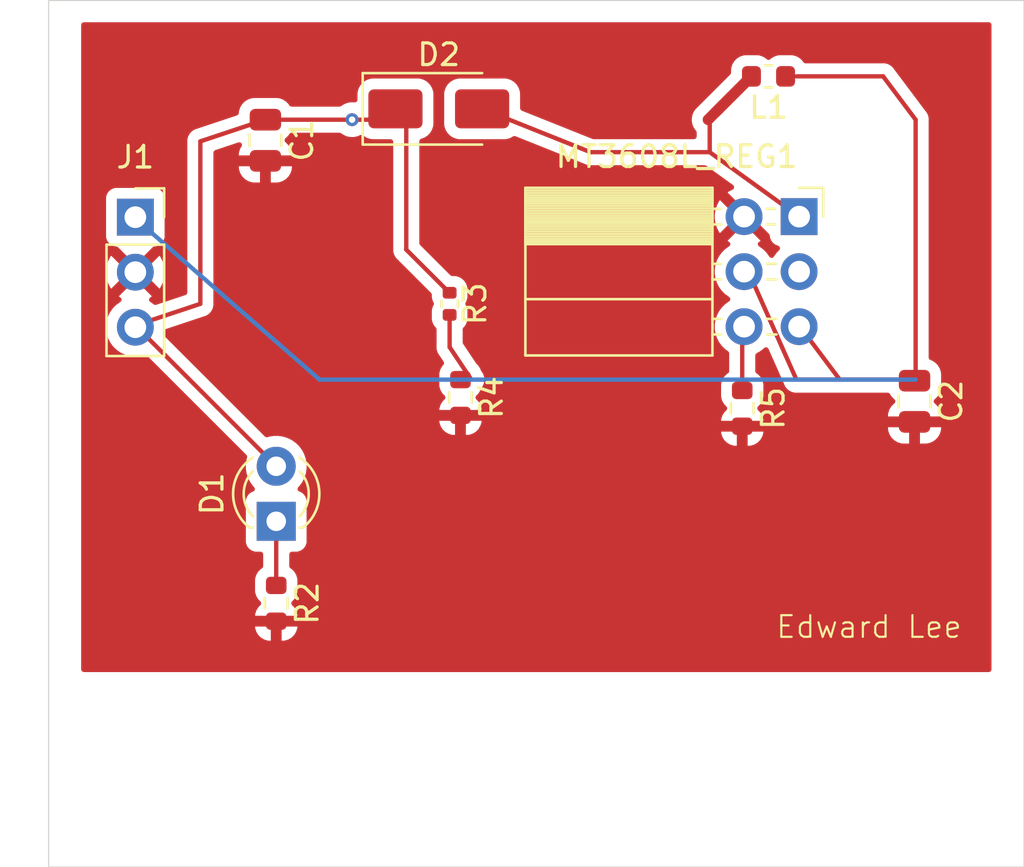
<source format=kicad_pcb>
(kicad_pcb (version 20241229) (generator "pcbnew") (generator_version "9.0")
  (layers (0 "F.Cu" signal) (2 "B.Cu" signal) (13 "F.Paste" user) (15 "B.Paste" user) (5 "F.SilkS" user "F.Silkscreen") (7 "B.SilkS" user "B.Silkscreen") (1 "F.Mask" user) (3 "B.Mask" user) (25 "Edge.Cuts" user))
  (net 0 "")
  (net 1 "VCC")
  (net 2 "GND")
  (net 3 "+5V")
  (net 4 "Net-(D1-K)")
  (net 5 "Net-(D2-A)")
  (net 6 "Net-(MT3608L_REG1-6-OC)")
  (net 7 "Net-(MT3608L_REG1-3-FB)")
  (footprint "Resistor_SMD:R_0603_1608Metric" (layer "F.Cu") (at 112 101.825 -90)
    (property "Reference" "R2" (at 0 -1.43 90) (layer "F.SilkS"))
    (property "Value" "1k")
    (fp_line (start -0.237258 0.5225) (end 0.237258 0.5225) (stroke (width 0.12)) (layer "F.SilkS"))
    (fp_line (start -0.237258 -0.5225) (end 0.237258 -0.5225) (stroke (width 0.12)) (layer "F.SilkS"))
    (pad "1" smd roundrect (at -0.825 0 270) (size 0.8 0.95) (layers "F.Cu" "F.Mask" "F.Paste") (net 4 "Net-(D1-K)"))
    (pad "2" smd roundrect (at 0.825 0 270) (size 0.8 0.95) (layers "F.Cu" "F.Mask" "F.Paste") (net 2 "GND"))
  )
  (footprint "Capacitor_SMD:C_0805_2012Metric" (layer "F.Cu") (at 141.45 92.5 -90)
    (property "Reference" "C2" (at 0 -1.68 90) (layer "F.SilkS"))
    (property "Value" "22uF")
    (fp_line (start -0.261252 0.735) (end 0.261252 0.735) (stroke (width 0.12)) (layer "F.SilkS"))
    (fp_line (start -0.261252 -0.735) (end 0.261252 -0.735) (stroke (width 0.12)) (layer "F.SilkS"))
    (pad "1" smd roundrect (at -0.95 0 270) (size 1 1.45) (layers "F.Cu" "F.Mask" "F.Paste") (net 1 "VCC"))
    (pad "2" smd roundrect (at 0.95 0 270) (size 1 1.45) (layers "F.Cu" "F.Mask" "F.Paste") (net 2 "GND"))
  )
  (footprint "Capacitor_SMD:C_0805_2012Metric" (layer "F.Cu") (at 111.5 80.45 -90)
    (property "Reference" "C1" (at 0 -1.68 90) (layer "F.SilkS"))
    (property "Value" "22uF")
    (fp_line (start -0.261252 0.735) (end 0.261252 0.735) (stroke (width 0.12)) (layer "F.SilkS"))
    (fp_line (start -0.261252 -0.735) (end 0.261252 -0.735) (stroke (width 0.12)) (layer "F.SilkS"))
    (pad "1" smd roundrect (at -0.95 0 270) (size 1 1.45) (layers "F.Cu" "F.Mask" "F.Paste") (net 3 "+5V"))
    (pad "2" smd roundrect (at 0.95 0 270) (size 1 1.45) (layers "F.Cu" "F.Mask" "F.Paste") (net 2 "GND"))
  )
  (footprint "LED_THT:LED_D3.0mm" (layer "F.Cu") (at 112 98.04 90)
    (property "Reference" "D1" (at 1.27 -2.96 90) (layer "F.SilkS"))
    (property "Value" "RED")
    (fp_line (start -0.29 -1.236) (end -0.29 -1.08) (stroke (width 0.12)) (layer "F.SilkS"))
    (fp_line (start -0.29 1.08) (end -0.29 1.236) (stroke (width 0.12)) (layer "F.SilkS"))
    (fp_arc (start -0.29 -1.235516) (mid 1.36566 -1.987699) (end 2.941437 -1.08) (stroke (width 0.12)) (layer "F.SilkS"))
    (fp_arc (start 0.229039 -1.08) (mid 1.27 -1.5) (end 2.310961 -1.08) (stroke (width 0.12)) (layer "F.SilkS"))
    (fp_arc (start 2.941437 1.08) (mid 1.36566 1.987699) (end -0.29 1.235516) (stroke (width 0.12)) (layer "F.SilkS"))
    (fp_arc (start 2.310961 1.08) (mid 1.27 1.5) (end 0.229039 1.08) (stroke (width 0.12)) (layer "F.SilkS"))
    (pad "1" thru_hole rect (at 0 0 90) (size 1.8 1.8) (drill 0.9) (layers "*.Cu" "*.Mask") (net 4 "Net-(D1-K)"))
    (pad "2" thru_hole circle (at 2.54 0 90) (size 1.8 1.8) (drill 0.9) (layers "*.Cu" "*.Mask") (net 3 "+5V"))
  )
  (footprint "Resistor_SMD:R_0603_1608Metric" (layer "F.Cu") (at 120.5 92.325 -90)
    (property "Reference" "R4" (at 0 -1.43 90) (layer "F.SilkS"))
    (property "Value" "15k")
    (fp_line (start -0.237258 0.5225) (end 0.237258 0.5225) (stroke (width 0.12)) (layer "F.SilkS"))
    (fp_line (start -0.237258 -0.5225) (end 0.237258 -0.5225) (stroke (width 0.12)) (layer "F.SilkS"))
    (pad "1" smd roundrect (at -0.825 0 270) (size 0.8 0.95) (layers "F.Cu" "F.Mask" "F.Paste") (net 7 "Net-(MT3608L_REG1-3-FB)"))
    (pad "2" smd roundrect (at 0.825 0 270) (size 0.8 0.95) (layers "F.Cu" "F.Mask" "F.Paste") (net 2 "GND"))
  )
  (footprint "Resistor_SMD:R_0402_1005Metric" (layer "F.Cu") (at 120 88 -90)
    (property "Reference" "R3" (at 0 -1.17 90) (layer "F.SilkS"))
    (property "Value" "110k")
    (fp_line (start -0.153641 0.38) (end 0.153641 0.38) (stroke (width 0.12)) (layer "F.SilkS"))
    (fp_line (start -0.153641 -0.38) (end 0.153641 -0.38) (stroke (width 0.12)) (layer "F.SilkS"))
    (pad "1" smd roundrect (at -0.51 0 270) (size 0.54 0.64) (layers "F.Cu" "F.Mask" "F.Paste") (net 3 "+5V"))
    (pad "2" smd roundrect (at 0.51 0 270) (size 0.54 0.64) (layers "F.Cu" "F.Mask" "F.Paste") (net 7 "Net-(MT3608L_REG1-3-FB)"))
  )
  (footprint "Connector_PinSocket_2.54mm:PinSocket_1x03_P2.54mm_Vertical" (layer "F.Cu") (at 105.5 84)
    (property "Reference" "J1" (at 0 -2.77 0) (layer "F.SilkS"))
    (property "Value" "Conn_01x03_Pin")
    (fp_line (start -1.33 1.27) (end -1.33 6.41) (stroke (width 0.12)) (layer "F.SilkS"))
    (fp_line (start -1.33 1.27) (end 1.33 1.27) (stroke (width 0.12)) (layer "F.SilkS"))
    (fp_line (start -1.33 6.41) (end 1.33 6.41) (stroke (width 0.12)) (layer "F.SilkS"))
    (fp_line (start 0 -1.33) (end 1.33 -1.33) (stroke (width 0.12)) (layer "F.SilkS"))
    (fp_line (start 1.33 -1.33) (end 1.33 0) (stroke (width 0.12)) (layer "F.SilkS"))
    (fp_line (start 1.33 1.27) (end 1.33 6.41) (stroke (width 0.12)) (layer "F.SilkS"))
    (pad "1" thru_hole rect (at 0 0) (size 1.7 1.7) (drill 1) (layers "*.Cu" "*.Mask") (net 1 "VCC"))
    (pad "2" thru_hole circle (at 0 2.54) (size 1.7 1.7) (drill 1) (layers "*.Cu" "*.Mask") (net 2 "GND"))
    (pad "3" thru_hole circle (at 0 5.08) (size 1.7 1.7) (drill 1) (layers "*.Cu" "*.Mask") (net 3 "+5V"))
  )
  (footprint "Connector_PinSocket_2.54mm:PinSocket_2x03_P2.54mm_Horizontal" (layer "F.Cu") (at 136.125 83.975)
    (property "Reference" "MT3608L_REG1" (at -5.65 -2.77 0) (layer "F.SilkS"))
    (property "Value" "~")
    (fp_line (start -12.63 -1.33) (end -12.63 6.41) (stroke (width 0.12)) (layer "F.SilkS"))
    (fp_line (start -12.63 -1.33) (end -4 -1.33) (stroke (width 0.12)) (layer "F.SilkS"))
    (fp_line (start -12.63 -1.21) (end -4 -1.21) (stroke (width 0.12)) (layer "F.SilkS"))
    (fp_line (start -12.63 -1.091905) (end -4 -1.091905) (stroke (width 0.12)) (layer "F.SilkS"))
    (fp_line (start -12.63 -0.97381) (end -4 -0.97381) (stroke (width 0.12)) (layer "F.SilkS"))
    (fp_line (start -12.63 -0.855715) (end -4 -0.855715) (stroke (width 0.12)) (layer "F.SilkS"))
    (fp_line (start -12.63 -0.73762) (end -4 -0.73762) (stroke (width 0.12)) (layer "F.SilkS"))
    (fp_line (start -12.63 -0.619525) (end -4 -0.619525) (stroke (width 0.12)) (layer "F.SilkS"))
    (fp_line (start -12.63 -0.50143) (end -4 -0.50143) (stroke (width 0.12)) (layer "F.SilkS"))
    (fp_line (start -12.63 -0.383335) (end -4 -0.383335) (stroke (width 0.12)) (layer "F.SilkS"))
    (fp_line (start -12.63 -0.26524) (end -4 -0.26524) (stroke (width 0.12)) (layer "F.SilkS"))
    (fp_line (start -12.63 -0.147145) (end -4 -0.147145) (stroke (width 0.12)) (layer "F.SilkS"))
    (fp_line (start -12.63 -0.02905) (end -4 -0.02905) (stroke (width 0.12)) (layer "F.SilkS"))
    (fp_line (start -12.63 0.089045) (end -4 0.089045) (stroke (width 0.12)) (layer "F.SilkS"))
    (fp_line (start -12.63 0.20714) (end -4 0.20714) (stroke (width 0.12)) (layer "F.SilkS"))
    (fp_line (start -12.63 0.325235) (end -4 0.325235) (stroke (width 0.12)) (layer "F.SilkS"))
    (fp_line (start -12.63 0.44333) (end -4 0.44333) (stroke (width 0.12)) (layer "F.SilkS"))
    (fp_line (start -12.63 0.561425) (end -4 0.561425) (stroke (width 0.12)) (layer "F.SilkS"))
    (fp_line (start -12.63 0.67952) (end -4 0.67952) (stroke (width 0.12)) (layer "F.SilkS"))
    (fp_line (start -12.63 0.797615) (end -4 0.797615) (stroke (width 0.12)) (layer "F.SilkS"))
    (fp_line (start -12.63 0.91571) (end -4 0.91571) (stroke (width 0.12)) (layer "F.SilkS"))
    (fp_line (start -12.63 1.033805) (end -4 1.033805) (stroke (width 0.12)) (layer "F.SilkS"))
    (fp_line (start -12.63 1.1519) (end -4 1.1519) (stroke (width 0.12)) (layer "F.SilkS"))
    (fp_line (start -12.63 1.27) (end -4 1.27) (stroke (width 0.12)) (layer "F.SilkS"))
    (fp_line (start -12.63 3.81) (end -4 3.81) (stroke (width 0.12)) (layer "F.SilkS"))
    (fp_line (start -12.63 6.41) (end -4 6.41) (stroke (width 0.12)) (layer "F.SilkS"))
    (fp_line (start -4 -1.33) (end -4 6.41) (stroke (width 0.12)) (layer "F.SilkS"))
    (fp_line (start -4 -0.36) (end -3.59 -0.36) (stroke (width 0.12)) (layer "F.SilkS"))
    (fp_line (start -4 0.36) (end -3.59 0.36) (stroke (width 0.12)) (layer "F.SilkS"))
    (fp_line (start -4 2.18) (end -3.59 2.18) (stroke (width 0.12)) (layer "F.SilkS"))
    (fp_line (start -4 2.9) (end -3.59 2.9) (stroke (width 0.12)) (layer "F.SilkS"))
    (fp_line (start -4 4.72) (end -3.59 4.72) (stroke (width 0.12)) (layer "F.SilkS"))
    (fp_line (start -4 5.44) (end -3.59 5.44) (stroke (width 0.12)) (layer "F.SilkS"))
    (fp_line (start -1.49 -0.36) (end -1.11 -0.36) (stroke (width 0.12)) (layer "F.SilkS"))
    (fp_line (start -1.49 0.36) (end -1.11 0.36) (stroke (width 0.12)) (layer "F.SilkS"))
    (fp_line (start -1.49 2.18) (end -1.05 2.18) (stroke (width 0.12)) (layer "F.SilkS"))
    (fp_line (start -1.49 2.9) (end -1.05 2.9) (stroke (width 0.12)) (layer "F.SilkS"))
    (fp_line (start -1.49 4.72) (end -1.05 4.72) (stroke (width 0.12)) (layer "F.SilkS"))
    (fp_line (start -1.49 5.44) (end -1.05 5.44) (stroke (width 0.12)) (layer "F.SilkS"))
    (fp_line (start 0 -1.33) (end 1.11 -1.33) (stroke (width 0.12)) (layer "F.SilkS"))
    (fp_line (start 1.11 -1.33) (end 1.11 0) (stroke (width 0.12)) (layer "F.SilkS"))
    (pad "1" thru_hole rect (at 0 0) (size 1.7 1.7) (drill 1) (layers "*.Cu" "*.Mask") (net 5 "Net-(D2-A)"))
    (pad "2" thru_hole circle (at -2.54 0) (size 1.7 1.7) (drill 1) (layers "*.Cu" "*.Mask") (net 2 "GND"))
    (pad "3" thru_hole circle (at 0 2.54) (size 1.7 1.7) (drill 1) (layers "*.Cu" "*.Mask") (net 7 "Net-(MT3608L_REG1-3-FB)"))
    (pad "4" thru_hole circle (at -2.54 2.54) (size 1.7 1.7) (drill 1) (layers "*.Cu" "*.Mask") (net 1 "VCC"))
    (pad "5" thru_hole circle (at 0 5.08) (size 1.7 1.7) (drill 1) (layers "*.Cu" "*.Mask") (net 1 "VCC"))
    (pad "6" thru_hole circle (at -2.54 5.08) (size 1.7 1.7) (drill 1) (layers "*.Cu" "*.Mask") (net 6 "Net-(MT3608L_REG1-6-OC)"))
  )
  (footprint "Inductor_SMD:L_0603_1608Metric" (layer "F.Cu") (at 134.7125 77.5 180)
    (property "Reference" "L1" (at 0 -1.43 0) (layer "F.SilkS"))
    (property "Value" "4.7uH")
    (fp_line (start -0.162779 0.51) (end 0.162779 0.51) (stroke (width 0.12)) (layer "F.SilkS"))
    (fp_line (start -0.162779 -0.51) (end 0.162779 -0.51) (stroke (width 0.12)) (layer "F.SilkS"))
    (pad "1" smd roundrect (at -0.7875 0 180) (size 0.875 0.95) (layers "F.Cu" "F.Mask" "F.Paste") (net 1 "VCC"))
    (pad "2" smd roundrect (at 0.7875 0 180) (size 0.875 0.95) (layers "F.Cu" "F.Mask" "F.Paste") (net 5 "Net-(D2-A)"))
  )
  (footprint "Resistor_SMD:R_0603_1608Metric" (layer "F.Cu") (at 133.5 92.825 -90)
    (property "Reference" "R5" (at 0 -1.43 90) (layer "F.SilkS"))
    (property "Value" "20k")
    (fp_line (start -0.237258 0.5225) (end 0.237258 0.5225) (stroke (width 0.12)) (layer "F.SilkS"))
    (fp_line (start -0.237258 -0.5225) (end 0.237258 -0.5225) (stroke (width 0.12)) (layer "F.SilkS"))
    (pad "1" smd roundrect (at -0.825 0 270) (size 0.8 0.95) (layers "F.Cu" "F.Mask" "F.Paste") (net 6 "Net-(MT3608L_REG1-6-OC)"))
    (pad "2" smd roundrect (at 0.825 0 270) (size 0.8 0.95) (layers "F.Cu" "F.Mask" "F.Paste") (net 2 "GND"))
  )
  (footprint "Diode_SMD:D_SMA" (layer "F.Cu") (at 119.5 79)
    (property "Reference" "D2" (at 0 -2.5 0) (layer "F.SilkS"))
    (property "Value" "D_Schottky")
    (fp_line (start -3.51 -1.65) (end -3.51 1.65) (stroke (width 0.12)) (layer "F.SilkS"))
    (fp_line (start -3.51 -1.65) (end 2 -1.65) (stroke (width 0.12)) (layer "F.SilkS"))
    (fp_line (start -3.51 1.65) (end 2 1.65) (stroke (width 0.12)) (layer "F.SilkS"))
    (pad "1" smd roundrect (at -2 0) (size 2.5 1.8) (layers "F.Cu" "F.Mask" "F.Paste") (roundrect_rratio 0.1388888889) (net 3 "+5V"))
    (pad "2" smd roundrect (at 2 0) (size 2.5 1.8) (layers "F.Cu" "F.Mask" "F.Paste") (roundrect_rratio 0.1388888889) (net 5 "Net-(D2-A)"))
  )
  (gr_line (start 141.5 91.5) (end 138 91.5) (stroke (width 0.2)) (layer "F.Cu") (net 1))
  (gr_line (start 118 79.5) (end 118 85.5) (stroke (width 0.2)) (layer "F.Cu") (net 3))
  (gr_line (start 132 81) (end 126.5 81) (stroke (width 0.2)) (layer "F.Cu") (net 5))
  (gr_line (start 140 77.5) (end 136 77.5) (stroke (width 0.2)) (layer "F.Cu") (net 1))
  (gr_line (start 136 91.5) (end 134 87) (stroke (width 0.2)) (layer "F.Cu") (net 1))
  (gr_line (start 136.125 83.975) (end 132 81) (stroke (width 0.2)) (layer "F.Cu") (net 5))
  (gr_line (start 138 91.5) (end 136 91.5) (stroke (width 0.2)) (layer "F.Cu") (net 1))
  (gr_line (start 138 91.5) (end 136.5 89.5) (stroke (width 0.2)) (layer "F.Cu") (net 1))
  (gr_line (start 126.5 81) (end 121.5 79) (stroke (width 0.2)) (layer "F.Cu") (net 5))
  (gr_line (start 141.5 79.5) (end 140 77.5) (stroke (width 0.2)) (layer "F.Cu") (net 1))
  (gr_line (start 118 85.5) (end 120 87.5) (stroke (width 0.2)) (layer "F.Cu") (net 3))
  (gr_line (start 133.5 92) (end 133.5 89) (stroke (width 0.2)) (layer "F.Cu") (net 6))
  (gr_line (start 108.5 88) (end 105.5 89) (stroke (width 0.2)) (layer "F.Cu") (net 3))
  (gr_line (start 120 88.5) (end 120 90) (stroke (width 0.2)) (layer "F.Cu") (net 7))
  (gr_line (start 111.5 79.5) (end 118 79.5) (stroke (width 0.2)) (layer "F.Cu") (net 3))
  (gr_line (start 112 101) (end 112 98.04) (stroke (width 0.2)) (layer "F.Cu") (net 4))
  (gr_line (start 132 81) (end 132 79.5) (stroke (width 0.2)) (layer "F.Cu") (net 5))
  (gr_line (start 111.5 79.5) (end 108.5 80.5) (stroke (width 0.2)) (layer "F.Cu") (net 3))
  (gr_line (start 141.5 91.5) (end 141.5 79.5) (stroke (width 0.2)) (layer "F.Cu") (net 1))
  (gr_line (start 112 95.5) (end 105.5 89) (stroke (width 0.2)) (layer "F.Cu") (net 3))
  (gr_line (start 108.5 80.5) (end 108.5 88) (stroke (width 0.2)) (layer "F.Cu") (net 3))
  (gr_line (start 120 90) (end 121 91.5) (stroke (width 0.2)) (layer "F.Cu") (net 7))
  (gr_line (start 114 91.5) (end 106 84.5) (stroke (width 0.2)) (layer "B.Cu") (net 1))
  (gr_line (start 141.5 91.5) (end 114 91.5) (stroke (width 0.2)) (layer "B.Cu") (net 1))
  (gr_rect (start 101.5 74) (end 146.5 114) (stroke (width 0.05)) (fill no) (layer "Edge.Cuts"))
  (gr_text "Edward Lee" (at 135 103.5 0) (layer "F.SilkS") (effects (font (size 1 1) (thickness 0.1)) (justify left bottom)))
  (segment (start 111.92 95.5) (end 112 95.5) (width 0.5) (layer "F.Cu") (net 3))
  (via (at 115.5 79.5) (size 0.6) (drill 0.3) (layers "F.Cu" "B.Cu") (net 3))
  (segment (start 132.284 79.141) (end 133.925 77.5) (width 0.5) (layer "F.Cu") (net 5))
  (segment (start 133.925 77.5) (end 131.925 79.5) (width 0.5) (layer "F.Cu") (net 5))
  (zone (net 2) (net_name "GND") (layer "F.Cu") (connect_pads (clearance 0.5)) (min_thickness 0.25) (fill yes (thermal_gap 0.5) (thermal_bridge_width 0.5))
    (polygon (pts (xy 103 75) (xy 103 105) (xy 145 105) (xy 145 75)))
  )
)
</source>
